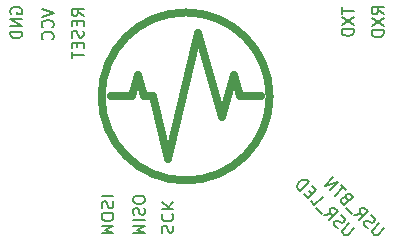
<source format=gbr>
%TF.GenerationSoftware,KiCad,Pcbnew,7.0.7*%
%TF.CreationDate,2023-09-18T12:00:33+02:00*%
%TF.ProjectId,AT90S4433_evaluation_board,41543930-5334-4343-9333-5f6576616c75,rev?*%
%TF.SameCoordinates,Original*%
%TF.FileFunction,Legend,Bot*%
%TF.FilePolarity,Positive*%
%FSLAX46Y46*%
G04 Gerber Fmt 4.6, Leading zero omitted, Abs format (unit mm)*
G04 Created by KiCad (PCBNEW 7.0.7) date 2023-09-18 12:00:33*
%MOMM*%
%LPD*%
G01*
G04 APERTURE LIST*
%ADD10C,0.700000*%
%ADD11C,0.150000*%
G04 APERTURE END LIST*
D10*
X119380000Y-83815466D02*
X118872000Y-85593466D01*
X119888000Y-85593466D02*
X119380000Y-83815466D01*
X126492000Y-87371466D02*
X124460000Y-80259466D01*
X128016000Y-85593466D02*
X127508000Y-83815466D01*
X121920000Y-90927466D02*
X120650000Y-85593466D01*
X124460000Y-80259466D02*
X121920000Y-90927466D01*
X120650000Y-85593466D02*
X119888000Y-85593466D01*
X130560534Y-85598000D02*
G75*
G03*
X130560534Y-85598000I-7116534J0D01*
G01*
X127508000Y-83815466D02*
X126492000Y-87371466D01*
X118872000Y-85593466D02*
X117094000Y-85593466D01*
X129794000Y-85593466D02*
X128016000Y-85593466D01*
D11*
X121462800Y-97119839D02*
X121415180Y-96976982D01*
X121415180Y-96976982D02*
X121415180Y-96738887D01*
X121415180Y-96738887D02*
X121462800Y-96643649D01*
X121462800Y-96643649D02*
X121510419Y-96596030D01*
X121510419Y-96596030D02*
X121605657Y-96548411D01*
X121605657Y-96548411D02*
X121700895Y-96548411D01*
X121700895Y-96548411D02*
X121796133Y-96596030D01*
X121796133Y-96596030D02*
X121843752Y-96643649D01*
X121843752Y-96643649D02*
X121891371Y-96738887D01*
X121891371Y-96738887D02*
X121938990Y-96929363D01*
X121938990Y-96929363D02*
X121986609Y-97024601D01*
X121986609Y-97024601D02*
X122034228Y-97072220D01*
X122034228Y-97072220D02*
X122129466Y-97119839D01*
X122129466Y-97119839D02*
X122224704Y-97119839D01*
X122224704Y-97119839D02*
X122319942Y-97072220D01*
X122319942Y-97072220D02*
X122367561Y-97024601D01*
X122367561Y-97024601D02*
X122415180Y-96929363D01*
X122415180Y-96929363D02*
X122415180Y-96691268D01*
X122415180Y-96691268D02*
X122367561Y-96548411D01*
X121510419Y-95548411D02*
X121462800Y-95596030D01*
X121462800Y-95596030D02*
X121415180Y-95738887D01*
X121415180Y-95738887D02*
X121415180Y-95834125D01*
X121415180Y-95834125D02*
X121462800Y-95976982D01*
X121462800Y-95976982D02*
X121558038Y-96072220D01*
X121558038Y-96072220D02*
X121653276Y-96119839D01*
X121653276Y-96119839D02*
X121843752Y-96167458D01*
X121843752Y-96167458D02*
X121986609Y-96167458D01*
X121986609Y-96167458D02*
X122177085Y-96119839D01*
X122177085Y-96119839D02*
X122272323Y-96072220D01*
X122272323Y-96072220D02*
X122367561Y-95976982D01*
X122367561Y-95976982D02*
X122415180Y-95834125D01*
X122415180Y-95834125D02*
X122415180Y-95738887D01*
X122415180Y-95738887D02*
X122367561Y-95596030D01*
X122367561Y-95596030D02*
X122319942Y-95548411D01*
X121415180Y-95119839D02*
X122415180Y-95119839D01*
X121415180Y-94548411D02*
X121986609Y-94976982D01*
X122415180Y-94548411D02*
X121843752Y-95119839D01*
X140204819Y-78632207D02*
X139728628Y-78298874D01*
X140204819Y-78060779D02*
X139204819Y-78060779D01*
X139204819Y-78060779D02*
X139204819Y-78441731D01*
X139204819Y-78441731D02*
X139252438Y-78536969D01*
X139252438Y-78536969D02*
X139300057Y-78584588D01*
X139300057Y-78584588D02*
X139395295Y-78632207D01*
X139395295Y-78632207D02*
X139538152Y-78632207D01*
X139538152Y-78632207D02*
X139633390Y-78584588D01*
X139633390Y-78584588D02*
X139681009Y-78536969D01*
X139681009Y-78536969D02*
X139728628Y-78441731D01*
X139728628Y-78441731D02*
X139728628Y-78060779D01*
X139204819Y-78965541D02*
X140204819Y-79632207D01*
X139204819Y-79632207D02*
X140204819Y-78965541D01*
X140204819Y-80013160D02*
X139204819Y-80013160D01*
X139204819Y-80013160D02*
X139204819Y-80251255D01*
X139204819Y-80251255D02*
X139252438Y-80394112D01*
X139252438Y-80394112D02*
X139347676Y-80489350D01*
X139347676Y-80489350D02*
X139442914Y-80536969D01*
X139442914Y-80536969D02*
X139633390Y-80584588D01*
X139633390Y-80584588D02*
X139776247Y-80584588D01*
X139776247Y-80584588D02*
X139966723Y-80536969D01*
X139966723Y-80536969D02*
X140061961Y-80489350D01*
X140061961Y-80489350D02*
X140157200Y-80394112D01*
X140157200Y-80394112D02*
X140204819Y-80251255D01*
X140204819Y-80251255D02*
X140204819Y-80013160D01*
X111264819Y-78171922D02*
X112264819Y-78505255D01*
X112264819Y-78505255D02*
X111264819Y-78838588D01*
X112169580Y-79743350D02*
X112217200Y-79695731D01*
X112217200Y-79695731D02*
X112264819Y-79552874D01*
X112264819Y-79552874D02*
X112264819Y-79457636D01*
X112264819Y-79457636D02*
X112217200Y-79314779D01*
X112217200Y-79314779D02*
X112121961Y-79219541D01*
X112121961Y-79219541D02*
X112026723Y-79171922D01*
X112026723Y-79171922D02*
X111836247Y-79124303D01*
X111836247Y-79124303D02*
X111693390Y-79124303D01*
X111693390Y-79124303D02*
X111502914Y-79171922D01*
X111502914Y-79171922D02*
X111407676Y-79219541D01*
X111407676Y-79219541D02*
X111312438Y-79314779D01*
X111312438Y-79314779D02*
X111264819Y-79457636D01*
X111264819Y-79457636D02*
X111264819Y-79552874D01*
X111264819Y-79552874D02*
X111312438Y-79695731D01*
X111312438Y-79695731D02*
X111360057Y-79743350D01*
X112169580Y-80743350D02*
X112217200Y-80695731D01*
X112217200Y-80695731D02*
X112264819Y-80552874D01*
X112264819Y-80552874D02*
X112264819Y-80457636D01*
X112264819Y-80457636D02*
X112217200Y-80314779D01*
X112217200Y-80314779D02*
X112121961Y-80219541D01*
X112121961Y-80219541D02*
X112026723Y-80171922D01*
X112026723Y-80171922D02*
X111836247Y-80124303D01*
X111836247Y-80124303D02*
X111693390Y-80124303D01*
X111693390Y-80124303D02*
X111502914Y-80171922D01*
X111502914Y-80171922D02*
X111407676Y-80219541D01*
X111407676Y-80219541D02*
X111312438Y-80314779D01*
X111312438Y-80314779D02*
X111264819Y-80457636D01*
X111264819Y-80457636D02*
X111264819Y-80552874D01*
X111264819Y-80552874D02*
X111312438Y-80695731D01*
X111312438Y-80695731D02*
X111360057Y-80743350D01*
X108645438Y-78584588D02*
X108597819Y-78489350D01*
X108597819Y-78489350D02*
X108597819Y-78346493D01*
X108597819Y-78346493D02*
X108645438Y-78203636D01*
X108645438Y-78203636D02*
X108740676Y-78108398D01*
X108740676Y-78108398D02*
X108835914Y-78060779D01*
X108835914Y-78060779D02*
X109026390Y-78013160D01*
X109026390Y-78013160D02*
X109169247Y-78013160D01*
X109169247Y-78013160D02*
X109359723Y-78060779D01*
X109359723Y-78060779D02*
X109454961Y-78108398D01*
X109454961Y-78108398D02*
X109550200Y-78203636D01*
X109550200Y-78203636D02*
X109597819Y-78346493D01*
X109597819Y-78346493D02*
X109597819Y-78441731D01*
X109597819Y-78441731D02*
X109550200Y-78584588D01*
X109550200Y-78584588D02*
X109502580Y-78632207D01*
X109502580Y-78632207D02*
X109169247Y-78632207D01*
X109169247Y-78632207D02*
X109169247Y-78441731D01*
X109597819Y-79060779D02*
X108597819Y-79060779D01*
X108597819Y-79060779D02*
X109597819Y-79632207D01*
X109597819Y-79632207D02*
X108597819Y-79632207D01*
X109597819Y-80108398D02*
X108597819Y-80108398D01*
X108597819Y-80108398D02*
X108597819Y-80346493D01*
X108597819Y-80346493D02*
X108645438Y-80489350D01*
X108645438Y-80489350D02*
X108740676Y-80584588D01*
X108740676Y-80584588D02*
X108835914Y-80632207D01*
X108835914Y-80632207D02*
X109026390Y-80679826D01*
X109026390Y-80679826D02*
X109169247Y-80679826D01*
X109169247Y-80679826D02*
X109359723Y-80632207D01*
X109359723Y-80632207D02*
X109454961Y-80584588D01*
X109454961Y-80584588D02*
X109550200Y-80489350D01*
X109550200Y-80489350D02*
X109597819Y-80346493D01*
X109597819Y-80346493D02*
X109597819Y-80108398D01*
X116335180Y-97199220D02*
X117335180Y-97199220D01*
X117335180Y-97199220D02*
X116620895Y-96865887D01*
X116620895Y-96865887D02*
X117335180Y-96532554D01*
X117335180Y-96532554D02*
X116335180Y-96532554D01*
X117335180Y-95865887D02*
X117335180Y-95675411D01*
X117335180Y-95675411D02*
X117287561Y-95580173D01*
X117287561Y-95580173D02*
X117192323Y-95484935D01*
X117192323Y-95484935D02*
X117001847Y-95437316D01*
X117001847Y-95437316D02*
X116668514Y-95437316D01*
X116668514Y-95437316D02*
X116478038Y-95484935D01*
X116478038Y-95484935D02*
X116382800Y-95580173D01*
X116382800Y-95580173D02*
X116335180Y-95675411D01*
X116335180Y-95675411D02*
X116335180Y-95865887D01*
X116335180Y-95865887D02*
X116382800Y-95961125D01*
X116382800Y-95961125D02*
X116478038Y-96056363D01*
X116478038Y-96056363D02*
X116668514Y-96103982D01*
X116668514Y-96103982D02*
X117001847Y-96103982D01*
X117001847Y-96103982D02*
X117192323Y-96056363D01*
X117192323Y-96056363D02*
X117287561Y-95961125D01*
X117287561Y-95961125D02*
X117335180Y-95865887D01*
X116382800Y-95056363D02*
X116335180Y-94913506D01*
X116335180Y-94913506D02*
X116335180Y-94675411D01*
X116335180Y-94675411D02*
X116382800Y-94580173D01*
X116382800Y-94580173D02*
X116430419Y-94532554D01*
X116430419Y-94532554D02*
X116525657Y-94484935D01*
X116525657Y-94484935D02*
X116620895Y-94484935D01*
X116620895Y-94484935D02*
X116716133Y-94532554D01*
X116716133Y-94532554D02*
X116763752Y-94580173D01*
X116763752Y-94580173D02*
X116811371Y-94675411D01*
X116811371Y-94675411D02*
X116858990Y-94865887D01*
X116858990Y-94865887D02*
X116906609Y-94961125D01*
X116906609Y-94961125D02*
X116954228Y-95008744D01*
X116954228Y-95008744D02*
X117049466Y-95056363D01*
X117049466Y-95056363D02*
X117144704Y-95056363D01*
X117144704Y-95056363D02*
X117239942Y-95008744D01*
X117239942Y-95008744D02*
X117287561Y-94961125D01*
X117287561Y-94961125D02*
X117335180Y-94865887D01*
X117335180Y-94865887D02*
X117335180Y-94627792D01*
X117335180Y-94627792D02*
X117287561Y-94484935D01*
X116335180Y-94056363D02*
X117335180Y-94056363D01*
X140261019Y-96752702D02*
X139688599Y-97325122D01*
X139688599Y-97325122D02*
X139587584Y-97358794D01*
X139587584Y-97358794D02*
X139520241Y-97358794D01*
X139520241Y-97358794D02*
X139419225Y-97325122D01*
X139419225Y-97325122D02*
X139284538Y-97190435D01*
X139284538Y-97190435D02*
X139250867Y-97089420D01*
X139250867Y-97089420D02*
X139250867Y-97022076D01*
X139250867Y-97022076D02*
X139284538Y-96921061D01*
X139284538Y-96921061D02*
X139856958Y-96348641D01*
X138880477Y-96719030D02*
X138745790Y-96651687D01*
X138745790Y-96651687D02*
X138577432Y-96483328D01*
X138577432Y-96483328D02*
X138543760Y-96382313D01*
X138543760Y-96382313D02*
X138543760Y-96314969D01*
X138543760Y-96314969D02*
X138577432Y-96213954D01*
X138577432Y-96213954D02*
X138644775Y-96146611D01*
X138644775Y-96146611D02*
X138745790Y-96112939D01*
X138745790Y-96112939D02*
X138813134Y-96112939D01*
X138813134Y-96112939D02*
X138914149Y-96146611D01*
X138914149Y-96146611D02*
X139082508Y-96247626D01*
X139082508Y-96247626D02*
X139183523Y-96281298D01*
X139183523Y-96281298D02*
X139250867Y-96281298D01*
X139250867Y-96281298D02*
X139351882Y-96247626D01*
X139351882Y-96247626D02*
X139419225Y-96180282D01*
X139419225Y-96180282D02*
X139452897Y-96079267D01*
X139452897Y-96079267D02*
X139452897Y-96011924D01*
X139452897Y-96011924D02*
X139419225Y-95910908D01*
X139419225Y-95910908D02*
X139250867Y-95742549D01*
X139250867Y-95742549D02*
X139116180Y-95675206D01*
X137735638Y-95641534D02*
X138308058Y-95540519D01*
X138139699Y-96045595D02*
X138846806Y-95338488D01*
X138846806Y-95338488D02*
X138577432Y-95069114D01*
X138577432Y-95069114D02*
X138476416Y-95035443D01*
X138476416Y-95035443D02*
X138409073Y-95035443D01*
X138409073Y-95035443D02*
X138308058Y-95069114D01*
X138308058Y-95069114D02*
X138207042Y-95170130D01*
X138207042Y-95170130D02*
X138173371Y-95271145D01*
X138173371Y-95271145D02*
X138173371Y-95338488D01*
X138173371Y-95338488D02*
X138207042Y-95439504D01*
X138207042Y-95439504D02*
X138476416Y-95708878D01*
X137533607Y-95574191D02*
X136994859Y-95035443D01*
X137028531Y-94193649D02*
X136893844Y-94126305D01*
X136893844Y-94126305D02*
X136826500Y-94126305D01*
X136826500Y-94126305D02*
X136725485Y-94159977D01*
X136725485Y-94159977D02*
X136624470Y-94260992D01*
X136624470Y-94260992D02*
X136590798Y-94362007D01*
X136590798Y-94362007D02*
X136590798Y-94429351D01*
X136590798Y-94429351D02*
X136624470Y-94530366D01*
X136624470Y-94530366D02*
X136893844Y-94799740D01*
X136893844Y-94799740D02*
X137600951Y-94092633D01*
X137600951Y-94092633D02*
X137365248Y-93856931D01*
X137365248Y-93856931D02*
X137264233Y-93823259D01*
X137264233Y-93823259D02*
X137196890Y-93823259D01*
X137196890Y-93823259D02*
X137095874Y-93856931D01*
X137095874Y-93856931D02*
X137028531Y-93924275D01*
X137028531Y-93924275D02*
X136994859Y-94025290D01*
X136994859Y-94025290D02*
X136994859Y-94092633D01*
X136994859Y-94092633D02*
X137028531Y-94193649D01*
X137028531Y-94193649D02*
X137264233Y-94429351D01*
X136994859Y-93486542D02*
X136590798Y-93082481D01*
X136085722Y-93991618D02*
X136792829Y-93284511D01*
X135647989Y-93553885D02*
X136355096Y-92846778D01*
X136355096Y-92846778D02*
X135243928Y-93149824D01*
X135243928Y-93149824D02*
X135951035Y-92442717D01*
X119002180Y-97199220D02*
X120002180Y-97199220D01*
X120002180Y-97199220D02*
X119287895Y-96865887D01*
X119287895Y-96865887D02*
X120002180Y-96532554D01*
X120002180Y-96532554D02*
X119002180Y-96532554D01*
X119002180Y-96056363D02*
X120002180Y-96056363D01*
X119049800Y-95627792D02*
X119002180Y-95484935D01*
X119002180Y-95484935D02*
X119002180Y-95246840D01*
X119002180Y-95246840D02*
X119049800Y-95151602D01*
X119049800Y-95151602D02*
X119097419Y-95103983D01*
X119097419Y-95103983D02*
X119192657Y-95056364D01*
X119192657Y-95056364D02*
X119287895Y-95056364D01*
X119287895Y-95056364D02*
X119383133Y-95103983D01*
X119383133Y-95103983D02*
X119430752Y-95151602D01*
X119430752Y-95151602D02*
X119478371Y-95246840D01*
X119478371Y-95246840D02*
X119525990Y-95437316D01*
X119525990Y-95437316D02*
X119573609Y-95532554D01*
X119573609Y-95532554D02*
X119621228Y-95580173D01*
X119621228Y-95580173D02*
X119716466Y-95627792D01*
X119716466Y-95627792D02*
X119811704Y-95627792D01*
X119811704Y-95627792D02*
X119906942Y-95580173D01*
X119906942Y-95580173D02*
X119954561Y-95532554D01*
X119954561Y-95532554D02*
X120002180Y-95437316D01*
X120002180Y-95437316D02*
X120002180Y-95199221D01*
X120002180Y-95199221D02*
X119954561Y-95056364D01*
X120002180Y-94437316D02*
X120002180Y-94246840D01*
X120002180Y-94246840D02*
X119954561Y-94151602D01*
X119954561Y-94151602D02*
X119859323Y-94056364D01*
X119859323Y-94056364D02*
X119668847Y-94008745D01*
X119668847Y-94008745D02*
X119335514Y-94008745D01*
X119335514Y-94008745D02*
X119145038Y-94056364D01*
X119145038Y-94056364D02*
X119049800Y-94151602D01*
X119049800Y-94151602D02*
X119002180Y-94246840D01*
X119002180Y-94246840D02*
X119002180Y-94437316D01*
X119002180Y-94437316D02*
X119049800Y-94532554D01*
X119049800Y-94532554D02*
X119145038Y-94627792D01*
X119145038Y-94627792D02*
X119335514Y-94675411D01*
X119335514Y-94675411D02*
X119668847Y-94675411D01*
X119668847Y-94675411D02*
X119859323Y-94627792D01*
X119859323Y-94627792D02*
X119954561Y-94532554D01*
X119954561Y-94532554D02*
X120002180Y-94437316D01*
X137721019Y-96752702D02*
X137148599Y-97325122D01*
X137148599Y-97325122D02*
X137047584Y-97358794D01*
X137047584Y-97358794D02*
X136980241Y-97358794D01*
X136980241Y-97358794D02*
X136879225Y-97325122D01*
X136879225Y-97325122D02*
X136744538Y-97190435D01*
X136744538Y-97190435D02*
X136710867Y-97089420D01*
X136710867Y-97089420D02*
X136710867Y-97022076D01*
X136710867Y-97022076D02*
X136744538Y-96921061D01*
X136744538Y-96921061D02*
X137316958Y-96348641D01*
X136340477Y-96719030D02*
X136205790Y-96651687D01*
X136205790Y-96651687D02*
X136037432Y-96483328D01*
X136037432Y-96483328D02*
X136003760Y-96382313D01*
X136003760Y-96382313D02*
X136003760Y-96314969D01*
X136003760Y-96314969D02*
X136037432Y-96213954D01*
X136037432Y-96213954D02*
X136104775Y-96146611D01*
X136104775Y-96146611D02*
X136205790Y-96112939D01*
X136205790Y-96112939D02*
X136273134Y-96112939D01*
X136273134Y-96112939D02*
X136374149Y-96146611D01*
X136374149Y-96146611D02*
X136542508Y-96247626D01*
X136542508Y-96247626D02*
X136643523Y-96281298D01*
X136643523Y-96281298D02*
X136710867Y-96281298D01*
X136710867Y-96281298D02*
X136811882Y-96247626D01*
X136811882Y-96247626D02*
X136879225Y-96180282D01*
X136879225Y-96180282D02*
X136912897Y-96079267D01*
X136912897Y-96079267D02*
X136912897Y-96011924D01*
X136912897Y-96011924D02*
X136879225Y-95910908D01*
X136879225Y-95910908D02*
X136710867Y-95742549D01*
X136710867Y-95742549D02*
X136576180Y-95675206D01*
X135195638Y-95641534D02*
X135768058Y-95540519D01*
X135599699Y-96045595D02*
X136306806Y-95338488D01*
X136306806Y-95338488D02*
X136037432Y-95069114D01*
X136037432Y-95069114D02*
X135936416Y-95035443D01*
X135936416Y-95035443D02*
X135869073Y-95035443D01*
X135869073Y-95035443D02*
X135768058Y-95069114D01*
X135768058Y-95069114D02*
X135667042Y-95170130D01*
X135667042Y-95170130D02*
X135633371Y-95271145D01*
X135633371Y-95271145D02*
X135633371Y-95338488D01*
X135633371Y-95338488D02*
X135667042Y-95439504D01*
X135667042Y-95439504D02*
X135936416Y-95708878D01*
X134993607Y-95574191D02*
X134454859Y-95035443D01*
X134017126Y-94463023D02*
X134353844Y-94799740D01*
X134353844Y-94799740D02*
X135060951Y-94092633D01*
X134151813Y-93856931D02*
X133916111Y-93621229D01*
X133444706Y-93890603D02*
X133781424Y-94227320D01*
X133781424Y-94227320D02*
X134488531Y-93520214D01*
X134488531Y-93520214D02*
X134151813Y-93183496D01*
X133141661Y-93587557D02*
X133848767Y-92880450D01*
X133848767Y-92880450D02*
X133680409Y-92712091D01*
X133680409Y-92712091D02*
X133545722Y-92644748D01*
X133545722Y-92644748D02*
X133411035Y-92644748D01*
X133411035Y-92644748D02*
X133310019Y-92678420D01*
X133310019Y-92678420D02*
X133141661Y-92779435D01*
X133141661Y-92779435D02*
X133040645Y-92880450D01*
X133040645Y-92880450D02*
X132939630Y-93048809D01*
X132939630Y-93048809D02*
X132905958Y-93149824D01*
X132905958Y-93149824D02*
X132905958Y-93284511D01*
X132905958Y-93284511D02*
X132973302Y-93419198D01*
X132973302Y-93419198D02*
X133141661Y-93587557D01*
X114804819Y-78759207D02*
X114328628Y-78425874D01*
X114804819Y-78187779D02*
X113804819Y-78187779D01*
X113804819Y-78187779D02*
X113804819Y-78568731D01*
X113804819Y-78568731D02*
X113852438Y-78663969D01*
X113852438Y-78663969D02*
X113900057Y-78711588D01*
X113900057Y-78711588D02*
X113995295Y-78759207D01*
X113995295Y-78759207D02*
X114138152Y-78759207D01*
X114138152Y-78759207D02*
X114233390Y-78711588D01*
X114233390Y-78711588D02*
X114281009Y-78663969D01*
X114281009Y-78663969D02*
X114328628Y-78568731D01*
X114328628Y-78568731D02*
X114328628Y-78187779D01*
X114281009Y-79187779D02*
X114281009Y-79521112D01*
X114804819Y-79663969D02*
X114804819Y-79187779D01*
X114804819Y-79187779D02*
X113804819Y-79187779D01*
X113804819Y-79187779D02*
X113804819Y-79663969D01*
X114757200Y-80044922D02*
X114804819Y-80187779D01*
X114804819Y-80187779D02*
X114804819Y-80425874D01*
X114804819Y-80425874D02*
X114757200Y-80521112D01*
X114757200Y-80521112D02*
X114709580Y-80568731D01*
X114709580Y-80568731D02*
X114614342Y-80616350D01*
X114614342Y-80616350D02*
X114519104Y-80616350D01*
X114519104Y-80616350D02*
X114423866Y-80568731D01*
X114423866Y-80568731D02*
X114376247Y-80521112D01*
X114376247Y-80521112D02*
X114328628Y-80425874D01*
X114328628Y-80425874D02*
X114281009Y-80235398D01*
X114281009Y-80235398D02*
X114233390Y-80140160D01*
X114233390Y-80140160D02*
X114185771Y-80092541D01*
X114185771Y-80092541D02*
X114090533Y-80044922D01*
X114090533Y-80044922D02*
X113995295Y-80044922D01*
X113995295Y-80044922D02*
X113900057Y-80092541D01*
X113900057Y-80092541D02*
X113852438Y-80140160D01*
X113852438Y-80140160D02*
X113804819Y-80235398D01*
X113804819Y-80235398D02*
X113804819Y-80473493D01*
X113804819Y-80473493D02*
X113852438Y-80616350D01*
X114281009Y-81044922D02*
X114281009Y-81378255D01*
X114804819Y-81521112D02*
X114804819Y-81044922D01*
X114804819Y-81044922D02*
X113804819Y-81044922D01*
X113804819Y-81044922D02*
X113804819Y-81521112D01*
X113804819Y-81806827D02*
X113804819Y-82378255D01*
X114804819Y-82092541D02*
X113804819Y-82092541D01*
X136664819Y-78044922D02*
X136664819Y-78616350D01*
X137664819Y-78330636D02*
X136664819Y-78330636D01*
X136664819Y-78854446D02*
X137664819Y-79521112D01*
X136664819Y-79521112D02*
X137664819Y-78854446D01*
X137664819Y-79902065D02*
X136664819Y-79902065D01*
X136664819Y-79902065D02*
X136664819Y-80140160D01*
X136664819Y-80140160D02*
X136712438Y-80283017D01*
X136712438Y-80283017D02*
X136807676Y-80378255D01*
X136807676Y-80378255D02*
X136902914Y-80425874D01*
X136902914Y-80425874D02*
X137093390Y-80473493D01*
X137093390Y-80473493D02*
X137236247Y-80473493D01*
X137236247Y-80473493D02*
X137426723Y-80425874D01*
X137426723Y-80425874D02*
X137521961Y-80378255D01*
X137521961Y-80378255D02*
X137617200Y-80283017D01*
X137617200Y-80283017D02*
X137664819Y-80140160D01*
X137664819Y-80140160D02*
X137664819Y-79902065D01*
M02*

</source>
